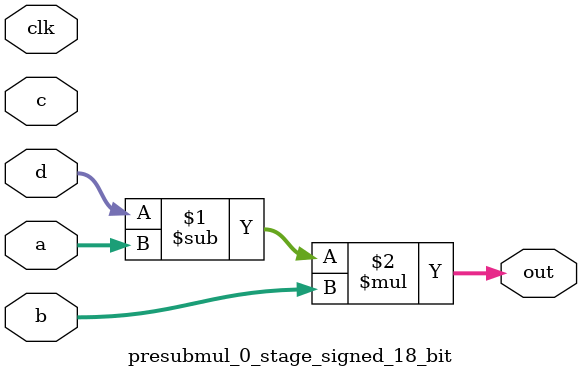
<source format=sv>
(* use_dsp = "yes" *) module presubmul_0_stage_signed_18_bit(
	input signed [17:0] a,
	input signed [17:0] b,
	input signed [17:0] c,
	input signed [17:0] d,
	output [17:0] out,
	input clk);

	assign out = (d - a) * b;
endmodule

</source>
